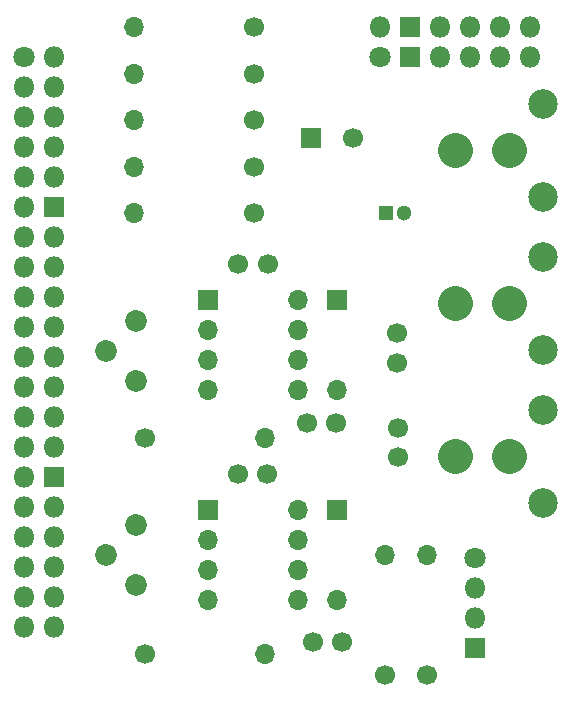
<source format=gbr>
G04 #@! TF.GenerationSoftware,KiCad,Pcbnew,(5.1.6)-1*
G04 #@! TF.CreationDate,2020-10-27T17:06:52+09:00*
G04 #@! TF.ProjectId,ext-board,6578742d-626f-4617-9264-2e6b69636164,rev?*
G04 #@! TF.SameCoordinates,Original*
G04 #@! TF.FileFunction,Soldermask,Top*
G04 #@! TF.FilePolarity,Negative*
%FSLAX46Y46*%
G04 Gerber Fmt 4.6, Leading zero omitted, Abs format (unit mm)*
G04 Created by KiCad (PCBNEW (5.1.6)-1) date 2020-10-27 17:06:52*
%MOMM*%
%LPD*%
G01*
G04 APERTURE LIST*
%ADD10C,3.000000*%
%ADD11C,1.800000*%
%ADD12O,1.800000X1.800000*%
%ADD13R,1.800000X1.800000*%
%ADD14C,2.500000*%
%ADD15C,1.700000*%
%ADD16R,1.700000X1.700000*%
%ADD17R,1.300000X1.300000*%
%ADD18C,1.300000*%
%ADD19O,1.700000X1.700000*%
%ADD20C,1.850000*%
G04 APERTURE END LIST*
D10*
X195000000Y-63754000D02*
G75*
G03*
X195000000Y-63754000I0J0D01*
G01*
X190500000Y-63754000D02*
G75*
G03*
X190500000Y-63754000I0J0D01*
G01*
X195000000Y-76708000D02*
G75*
G03*
X195000000Y-76708000I0J0D01*
G01*
X190500000Y-76708000D02*
G75*
G03*
X190500000Y-76708000I0J0D01*
G01*
X190500000Y-89662000D02*
G75*
G03*
X190500000Y-89662000I0J0D01*
G01*
X195000000Y-89662000D02*
G75*
G03*
X195000000Y-89662000I0J0D01*
G01*
D11*
X184150000Y-55880000D03*
D12*
X184150000Y-53340000D03*
D13*
X186690000Y-55880000D03*
X186690000Y-53340000D03*
D12*
X189230000Y-55880000D03*
X189230000Y-53340000D03*
X191770000Y-55880000D03*
X191770000Y-53340000D03*
X194310000Y-55880000D03*
X194310000Y-53340000D03*
X196850000Y-55880000D03*
X196850000Y-53340000D03*
D14*
X197950000Y-67704000D03*
X197950000Y-59804000D03*
D11*
X154000000Y-55880000D03*
D12*
X156540000Y-55880000D03*
X154000000Y-58420000D03*
X156540000Y-58420000D03*
X154000000Y-60960000D03*
X156540000Y-60960000D03*
X154000000Y-63500000D03*
X156540000Y-63500000D03*
X154000000Y-66040000D03*
X156540000Y-66040000D03*
X154000000Y-68580000D03*
D13*
X156540000Y-68580000D03*
D12*
X154000000Y-71120000D03*
X156540000Y-71120000D03*
X154000000Y-73660000D03*
X156540000Y-73660000D03*
X154000000Y-76200000D03*
X156540000Y-76200000D03*
X154000000Y-78740000D03*
X156540000Y-78740000D03*
X154000000Y-81280000D03*
X156540000Y-81280000D03*
X154000000Y-83820000D03*
X156540000Y-83820000D03*
X154000000Y-86360000D03*
X156540000Y-86360000D03*
X154000000Y-88900000D03*
X156540000Y-88900000D03*
X154000000Y-91440000D03*
D13*
X156540000Y-91440000D03*
D12*
X154000000Y-93980000D03*
X156540000Y-93980000D03*
X154000000Y-96520000D03*
X156540000Y-96520000D03*
X154000000Y-99060000D03*
X156540000Y-99060000D03*
X154000000Y-101600000D03*
X156540000Y-101600000D03*
X154000000Y-104140000D03*
X156540000Y-104140000D03*
D15*
X172125000Y-73406000D03*
X174625000Y-73406000D03*
X172085000Y-91186000D03*
X174585000Y-91186000D03*
D16*
X178308000Y-62738000D03*
D15*
X181808000Y-62738000D03*
X185547000Y-79248000D03*
X185547000Y-81748000D03*
X185674000Y-89749000D03*
X185674000Y-87249000D03*
D17*
X184658000Y-69088000D03*
D18*
X186158000Y-69088000D03*
D15*
X180427000Y-86868000D03*
X177927000Y-86868000D03*
X180935000Y-105410000D03*
X178435000Y-105410000D03*
D16*
X180467000Y-76454000D03*
D19*
X180467000Y-84074000D03*
X180467000Y-101854000D03*
D16*
X180467000Y-94234000D03*
D11*
X192151000Y-98298000D03*
D12*
X192151000Y-100838000D03*
X192151000Y-103378000D03*
D13*
X192151000Y-105918000D03*
D14*
X197950000Y-80658000D03*
X197950000Y-72758000D03*
X197950000Y-85712000D03*
X197950000Y-93612000D03*
D15*
X173482000Y-53340000D03*
D19*
X163322000Y-53340000D03*
X163322000Y-57277000D03*
D15*
X173482000Y-57277000D03*
X173482000Y-61214000D03*
D19*
X163322000Y-61214000D03*
X188087000Y-98044000D03*
D15*
X188087000Y-108204000D03*
D19*
X184531000Y-98044000D03*
D15*
X184531000Y-108204000D03*
D19*
X163322000Y-65151000D03*
D15*
X173482000Y-65151000D03*
X173482000Y-69088000D03*
D19*
X163322000Y-69088000D03*
D15*
X164211000Y-88138000D03*
D19*
X174371000Y-88138000D03*
D15*
X164211000Y-106426000D03*
D19*
X174371000Y-106426000D03*
D20*
X163449000Y-78232000D03*
X160909000Y-80772000D03*
X163449000Y-83312000D03*
X163449000Y-100584000D03*
X160909000Y-98044000D03*
X163449000Y-95504000D03*
D16*
X169545000Y-76454000D03*
D19*
X177165000Y-84074000D03*
X169545000Y-78994000D03*
X177165000Y-81534000D03*
X169545000Y-81534000D03*
X177165000Y-78994000D03*
X169545000Y-84074000D03*
X177165000Y-76454000D03*
X177165000Y-94234000D03*
X169545000Y-101854000D03*
X177165000Y-96774000D03*
X169545000Y-99314000D03*
X177165000Y-99314000D03*
X169545000Y-96774000D03*
X177165000Y-101854000D03*
D16*
X169545000Y-94234000D03*
M02*

</source>
